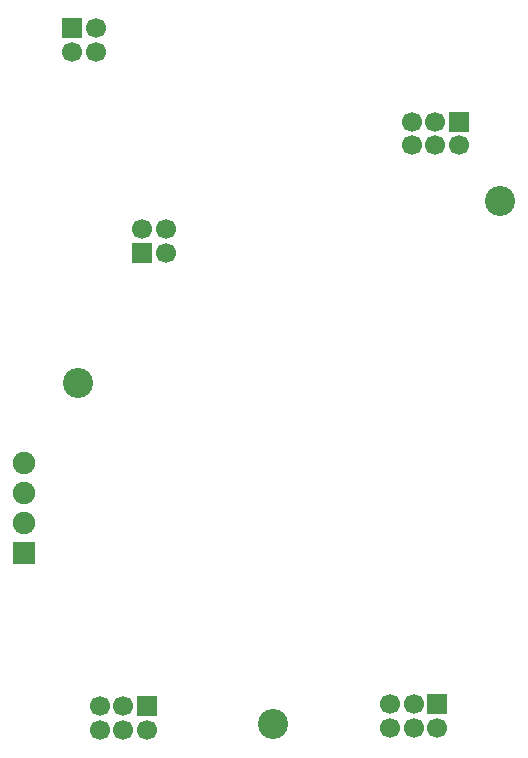
<source format=gbr>
G04 DipTrace Beta 2.9.0.1*
G04 BottomMask.gbr*
%MOIN*%
G04 #@! TF.FileFunction,Soldermask,Bot*
G04 #@! TF.Part,Single*
%ADD20R,0.066929X0.066929*%
%ADD21C,0.066929*%
%ADD29C,0.1004*%
%ADD38C,0.074929*%
%ADD39R,0.074929X0.074929*%
%FSLAX26Y26*%
G04*
G70*
G90*
G75*
G01*
G04 BotMask*
%LPD*%
D29*
X638000Y1612500D3*
X1287697Y475213D3*
X2044026Y2219146D3*
D20*
X618630Y2793870D3*
D21*
Y2715130D3*
X697370D3*
Y2793870D3*
D20*
X866492Y533370D3*
D21*
X787752D3*
X709012D3*
Y454630D3*
X787752D3*
X866492D3*
D20*
X1835239Y539619D3*
D21*
X1756499D3*
X1677759D3*
Y460879D3*
X1756499D3*
X1835239D3*
D20*
X1906740Y2481870D3*
D21*
X1828000D3*
X1749260D3*
Y2403130D3*
X1828000D3*
X1906740D3*
D39*
X456360Y1044022D3*
D38*
Y1144022D3*
Y1244022D3*
Y1344022D3*
D20*
X850151Y2044127D3*
D21*
X928891D3*
Y2122867D3*
X850151D3*
M02*

</source>
